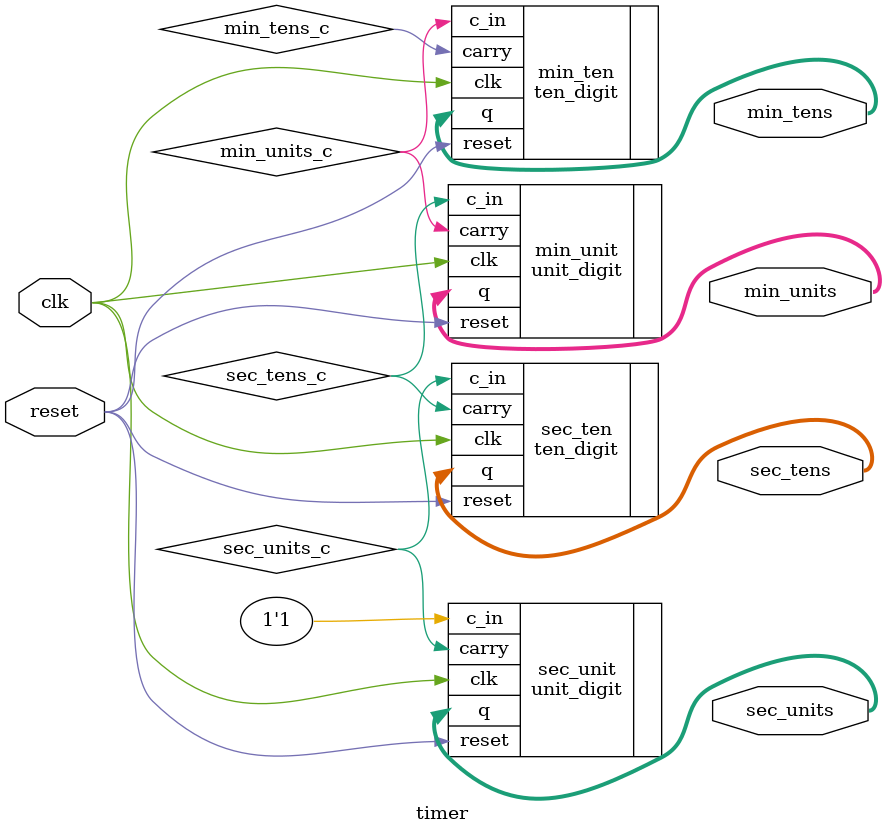
<source format=sv>
module timer(
    input clk, reset,
    output [2:0] sec_tens, min_tens,
    output [3:0] sec_units, min_units
);
    logic sec_units_c, min_units_c, sec_tens_c, min_tens_c;
    
    unit_digit sec_unit(
        .clk(clk),
        .reset(reset),
        .c_in(1'b1),
        .q(sec_units),
        .carry(sec_units_c)
    );
    ten_digit sec_ten(
        .clk(clk),
        .reset(reset),
        .c_in(sec_units_c),
        .q(sec_tens),
        .carry(sec_tens_c)
    );
    unit_digit min_unit(
        .clk(clk),
        .reset(reset),
        .c_in(sec_tens_c),
        .q(min_units),
        .carry(min_units_c)
    );
    ten_digit min_ten(
        .clk(clk),
        .reset(reset),
        .c_in(min_units_c),
        .q(min_tens),
        .carry(min_tens_c)
    );
    

endmodule
</source>
